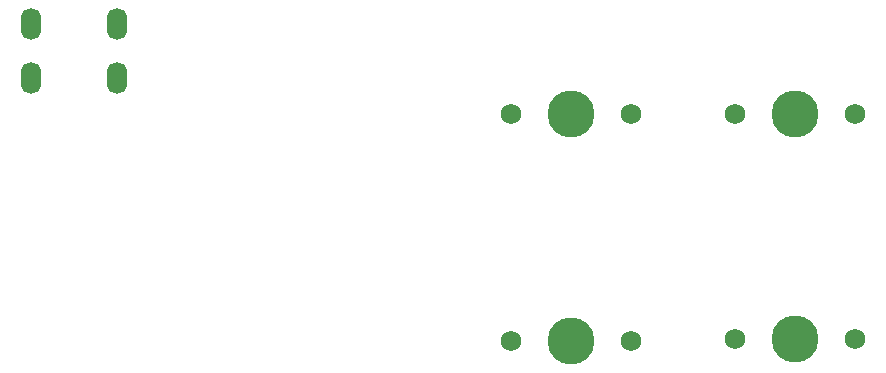
<source format=gts>
%TF.GenerationSoftware,KiCad,Pcbnew,(5.1.10)-1*%
%TF.CreationDate,2021-05-26T18:35:01+08:00*%
%TF.ProjectId,FirstPCB,46697273-7450-4434-922e-6b696361645f,rev?*%
%TF.SameCoordinates,Original*%
%TF.FileFunction,Soldermask,Top*%
%TF.FilePolarity,Negative*%
%FSLAX46Y46*%
G04 Gerber Fmt 4.6, Leading zero omitted, Abs format (unit mm)*
G04 Created by KiCad (PCBNEW (5.1.10)-1) date 2021-05-26 18:35:01*
%MOMM*%
%LPD*%
G01*
G04 APERTURE LIST*
%ADD10C,1.750000*%
%ADD11C,3.987800*%
%ADD12O,1.700000X2.700000*%
G04 APERTURE END LIST*
D10*
%TO.C,MX3*%
X123348750Y-135731250D03*
X113188750Y-135731250D03*
D11*
X118268750Y-135731250D03*
%TD*%
D10*
%TO.C,MX1*%
X123317000Y-116586000D03*
X113157000Y-116586000D03*
D11*
X118237000Y-116586000D03*
%TD*%
D12*
%TO.C,USB1*%
X72550000Y-108966000D03*
X79850000Y-108966000D03*
X79850000Y-113466000D03*
X72550000Y-113466000D03*
%TD*%
D10*
%TO.C,MX4*%
X142303500Y-135572500D03*
X132143500Y-135572500D03*
D11*
X137223500Y-135572500D03*
%TD*%
D10*
%TO.C,MX2*%
X142290500Y-116522500D03*
X132130500Y-116522500D03*
D11*
X137210500Y-116522500D03*
%TD*%
M02*

</source>
